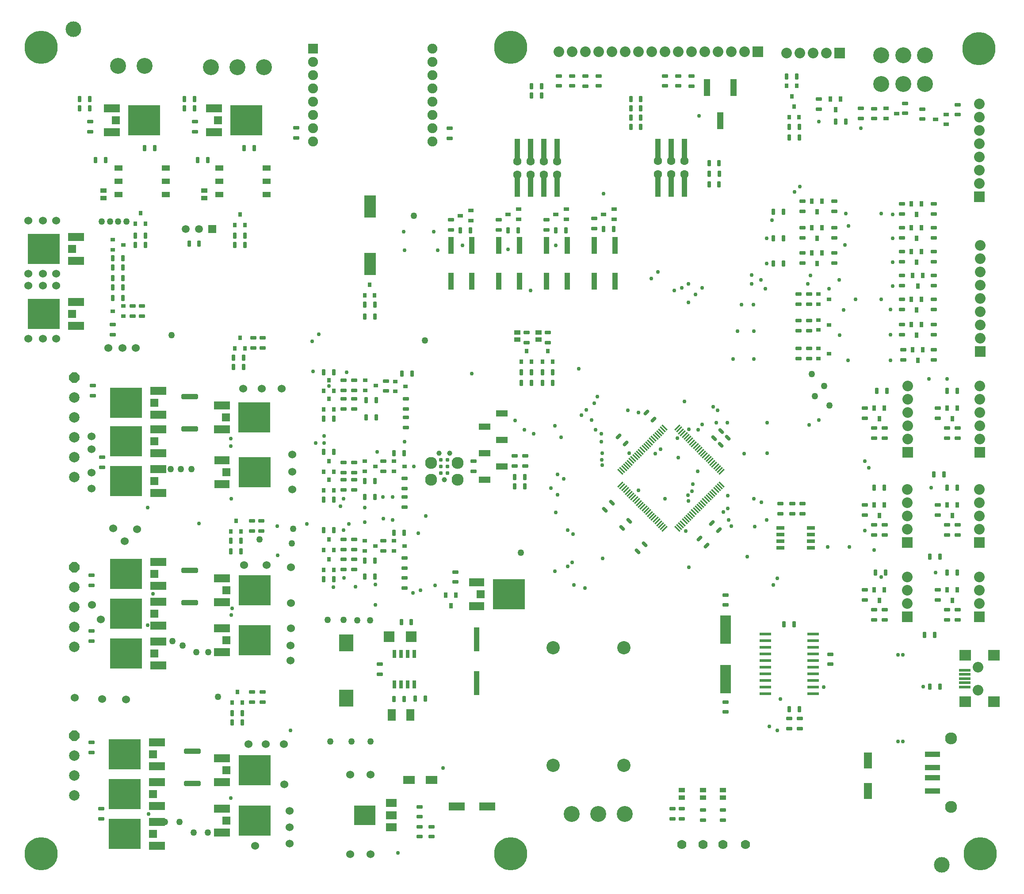
<source format=gts>
G04*
G04 #@! TF.GenerationSoftware,Altium Limited,Altium Designer,19.0.10 (269)*
G04*
G04 Layer_Color=8388736*
%FSLAX25Y25*%
%MOIN*%
G70*
G01*
G75*
%ADD21R,0.09053X0.01967*%
%ADD22R,0.09053X0.07873*%
%ADD24R,0.08000X0.08000*%
%ADD25R,0.03150X0.03543*%
%ADD26R,0.03543X0.03150*%
%ADD27R,0.03000X0.04000*%
%ADD28R,0.04000X0.03000*%
G04:AMPARAMS|DCode=29|XSize=39.37mil|YSize=125.98mil|CornerRadius=9.84mil|HoleSize=0mil|Usage=FLASHONLY|Rotation=270.000|XOffset=0mil|YOffset=0mil|HoleType=Round|Shape=RoundedRectangle|*
%AMROUNDEDRECTD29*
21,1,0.03937,0.10630,0,0,270.0*
21,1,0.01968,0.12598,0,0,270.0*
1,1,0.01968,-0.05315,-0.00984*
1,1,0.01968,-0.05315,0.00984*
1,1,0.01968,0.05315,0.00984*
1,1,0.01968,0.05315,-0.00984*
%
%ADD29ROUNDEDRECTD29*%
%ADD30R,0.06299X0.12008*%
G04:AMPARAMS|DCode=31|XSize=27.56mil|YSize=49.21mil|CornerRadius=6.89mil|HoleSize=0mil|Usage=FLASHONLY|Rotation=90.000|XOffset=0mil|YOffset=0mil|HoleType=Round|Shape=RoundedRectangle|*
%AMROUNDEDRECTD31*
21,1,0.02756,0.03543,0,0,90.0*
21,1,0.01378,0.04921,0,0,90.0*
1,1,0.01378,0.01772,0.00689*
1,1,0.01378,0.01772,-0.00689*
1,1,0.01378,-0.01772,-0.00689*
1,1,0.01378,-0.01772,0.00689*
%
%ADD31ROUNDEDRECTD31*%
G04:AMPARAMS|DCode=32|XSize=27.56mil|YSize=49.21mil|CornerRadius=6.89mil|HoleSize=0mil|Usage=FLASHONLY|Rotation=180.000|XOffset=0mil|YOffset=0mil|HoleType=Round|Shape=RoundedRectangle|*
%AMROUNDEDRECTD32*
21,1,0.02756,0.03543,0,0,180.0*
21,1,0.01378,0.04921,0,0,180.0*
1,1,0.01378,-0.00689,0.01772*
1,1,0.01378,0.00689,0.01772*
1,1,0.01378,0.00689,-0.01772*
1,1,0.01378,-0.00689,-0.01772*
%
%ADD32ROUNDEDRECTD32*%
G04:AMPARAMS|DCode=33|XSize=27.56mil|YSize=49.21mil|CornerRadius=6.89mil|HoleSize=0mil|Usage=FLASHONLY|Rotation=45.000|XOffset=0mil|YOffset=0mil|HoleType=Round|Shape=RoundedRectangle|*
%AMROUNDEDRECTD33*
21,1,0.02756,0.03543,0,0,45.0*
21,1,0.01378,0.04921,0,0,45.0*
1,1,0.01378,0.01740,-0.00766*
1,1,0.01378,0.00766,-0.01740*
1,1,0.01378,-0.01740,0.00766*
1,1,0.01378,-0.00766,0.01740*
%
%ADD33ROUNDEDRECTD33*%
G04:AMPARAMS|DCode=34|XSize=27.56mil|YSize=49.21mil|CornerRadius=6.89mil|HoleSize=0mil|Usage=FLASHONLY|Rotation=315.000|XOffset=0mil|YOffset=0mil|HoleType=Round|Shape=RoundedRectangle|*
%AMROUNDEDRECTD34*
21,1,0.02756,0.03543,0,0,315.0*
21,1,0.01378,0.04921,0,0,315.0*
1,1,0.01378,-0.00766,-0.01740*
1,1,0.01378,-0.01740,-0.00766*
1,1,0.01378,0.00766,0.01740*
1,1,0.01378,0.01740,0.00766*
%
%ADD34ROUNDEDRECTD34*%
%ADD35R,0.12008X0.06299*%
%ADD36R,0.10984X0.12598*%
%ADD37R,0.24410X0.22835*%
%ADD38R,0.11811X0.06299*%
%ADD39R,0.06000X0.06299*%
%ADD40R,0.11339X0.04409*%
G04:AMPARAMS|DCode=41|XSize=12mil|YSize=56mil|CornerRadius=0mil|HoleSize=0mil|Usage=FLASHONLY|Rotation=45.000|XOffset=0mil|YOffset=0mil|HoleType=Round|Shape=Rectangle|*
%AMROTATEDRECTD41*
4,1,4,0.01556,-0.02404,-0.02404,0.01556,-0.01556,0.02404,0.02404,-0.01556,0.01556,-0.02404,0.0*
%
%ADD41ROTATEDRECTD41*%

%ADD42R,0.09055X0.02362*%
%ADD43R,0.07874X0.21654*%
%ADD44R,0.03937X0.16929*%
%ADD45R,0.09055X0.06300*%
%ADD46R,0.06000X0.09000*%
%ADD47R,0.04331X0.18307*%
%ADD49R,0.09055X0.16929*%
%ADD50R,0.08661X0.05000*%
%ADD51R,0.04724X0.12992*%
%ADD52R,0.03937X0.12598*%
G04:AMPARAMS|DCode=53|XSize=12mil|YSize=56mil|CornerRadius=0mil|HoleSize=0mil|Usage=FLASHONLY|Rotation=315.000|XOffset=0mil|YOffset=0mil|HoleType=Round|Shape=Rectangle|*
%AMROTATEDRECTD53*
4,1,4,-0.02404,-0.01556,0.01556,0.02404,0.02404,0.01556,-0.01556,-0.02404,-0.02404,-0.01556,0.0*
%
%ADD53ROTATEDRECTD53*%

%ADD54R,0.08000X0.06000*%
%ADD55R,0.16000X0.15000*%
%ADD56R,0.03030X0.05910*%
%ADD57C,0.03100*%
%ADD58R,0.05984X0.03937*%
%ADD59R,0.05910X0.03030*%
%ADD60R,0.06000X0.06300*%
%ADD61R,0.12000X0.06300*%
%ADD62C,0.11811*%
%ADD63R,0.04945X0.03799*%
%ADD64C,0.08000*%
%ADD65C,0.06000*%
%ADD66R,0.08000X0.08000*%
%ADD67R,0.07480X0.07480*%
%ADD68C,0.07480*%
%ADD69C,0.06299*%
%ADD70C,0.10000*%
%ADD71C,0.12000*%
%ADD72C,0.09055*%
%ADD73C,0.07874*%
%ADD74P,0.08523X8X292.5*%
%ADD75C,0.05906*%
%ADD76R,0.05906X0.05906*%
%ADD77C,0.07000*%
%ADD78C,0.25000*%
%ADD79C,0.03900*%
%ADD80C,0.03000*%
%ADD81C,0.05000*%
D21*
X717500Y155147D02*
D03*
Y152000D02*
D03*
Y148853D02*
D03*
Y145707D02*
D03*
Y158293D02*
D03*
D22*
X717697Y169503D02*
D03*
X739330D02*
D03*
Y134497D02*
D03*
X717697D02*
D03*
D24*
X283460Y183500D02*
D03*
X300000D02*
D03*
X561500Y624500D02*
D03*
X623000Y623500D02*
D03*
D25*
X588803Y583104D02*
D03*
X585066Y575171D02*
D03*
X592540D02*
D03*
X268763Y448933D02*
D03*
X265027Y441000D02*
D03*
X272500D02*
D03*
X587000Y591033D02*
D03*
X590737Y598967D02*
D03*
X583263D02*
D03*
X390737Y391033D02*
D03*
X383263D02*
D03*
X387000Y398967D02*
D03*
X403000D02*
D03*
X399263Y391033D02*
D03*
X406737D02*
D03*
X238000Y241967D02*
D03*
X234263Y234033D02*
D03*
X241737D02*
D03*
Y249033D02*
D03*
X234263D02*
D03*
X238000Y256967D02*
D03*
Y301967D02*
D03*
X234263Y294033D02*
D03*
X241737D02*
D03*
X172737Y134033D02*
D03*
X165263D02*
D03*
X169000Y141967D02*
D03*
X241737Y308033D02*
D03*
X234263D02*
D03*
X238000Y315967D02*
D03*
X168000Y270967D02*
D03*
X164263Y263033D02*
D03*
X171737D02*
D03*
X238000Y362967D02*
D03*
X234263Y355033D02*
D03*
X241737D02*
D03*
X174737Y401033D02*
D03*
X167263D02*
D03*
X171000Y408967D02*
D03*
X241737Y369033D02*
D03*
X234263D02*
D03*
X238000Y376967D02*
D03*
X96000Y502967D02*
D03*
X92263Y495033D02*
D03*
X99737D02*
D03*
X174737Y494033D02*
D03*
X167263D02*
D03*
X171000Y501967D02*
D03*
D26*
X614967Y397000D02*
D03*
X607033Y400737D02*
D03*
Y393263D02*
D03*
X615000Y418500D02*
D03*
X607067Y422237D02*
D03*
Y414763D02*
D03*
X615000Y438000D02*
D03*
X607067Y441737D02*
D03*
Y434263D02*
D03*
X287033Y248263D02*
D03*
Y255737D02*
D03*
X294967Y252000D02*
D03*
X75033Y475263D02*
D03*
Y482737D02*
D03*
X82967Y479000D02*
D03*
X272967Y252000D02*
D03*
X265033Y255737D02*
D03*
Y248263D02*
D03*
X75033Y429000D02*
D03*
X82967Y425263D02*
D03*
Y432737D02*
D03*
X287033Y308263D02*
D03*
Y315737D02*
D03*
X294967Y312000D02*
D03*
X272967D02*
D03*
X265033Y315737D02*
D03*
Y308263D02*
D03*
X288000Y368527D02*
D03*
Y376000D02*
D03*
X295933Y372263D02*
D03*
X273467Y373000D02*
D03*
X265533Y376737D02*
D03*
Y369263D02*
D03*
D27*
X677250Y510000D02*
D03*
X684750D02*
D03*
X681000Y502000D02*
D03*
Y484000D02*
D03*
X684750Y492000D02*
D03*
X677250D02*
D03*
Y474000D02*
D03*
X684750D02*
D03*
X681000Y466000D02*
D03*
X682000Y448000D02*
D03*
X685750Y456000D02*
D03*
X678250D02*
D03*
X677250Y438000D02*
D03*
X684750D02*
D03*
X681000Y430000D02*
D03*
Y411000D02*
D03*
X684750Y419000D02*
D03*
X677250D02*
D03*
X678250Y400000D02*
D03*
X685750D02*
D03*
X682000Y392000D02*
D03*
X606000Y504000D02*
D03*
X609750Y512000D02*
D03*
X602250D02*
D03*
Y492000D02*
D03*
X609750D02*
D03*
X606000Y484000D02*
D03*
Y465000D02*
D03*
X609750Y473000D02*
D03*
X602250D02*
D03*
X616211Y589000D02*
D03*
X623710D02*
D03*
X619960Y581000D02*
D03*
X708000Y211000D02*
D03*
X711750Y219000D02*
D03*
X704250D02*
D03*
X649250D02*
D03*
X656750D02*
D03*
X653000Y211000D02*
D03*
Y275000D02*
D03*
X656750Y283000D02*
D03*
X649250D02*
D03*
X704250D02*
D03*
X711750D02*
D03*
X708000Y275000D02*
D03*
X653000Y348000D02*
D03*
X656750Y356000D02*
D03*
X649250D02*
D03*
X704250D02*
D03*
X711750D02*
D03*
X708000Y348000D02*
D03*
X326250Y215000D02*
D03*
X333750D02*
D03*
X330000Y207000D02*
D03*
D28*
X703500Y577250D02*
D03*
Y569750D02*
D03*
X695500Y573500D02*
D03*
X337000Y501000D02*
D03*
X345000Y497250D02*
D03*
Y504750D02*
D03*
X381000Y505750D02*
D03*
Y498250D02*
D03*
X373000Y502000D02*
D03*
X409000D02*
D03*
X417000Y498250D02*
D03*
Y505750D02*
D03*
X658000Y574250D02*
D03*
Y581750D02*
D03*
X666000Y578000D02*
D03*
X445000Y502000D02*
D03*
X453000Y498250D02*
D03*
Y505750D02*
D03*
D29*
X133000Y233705D02*
D03*
Y209295D02*
D03*
Y340091D02*
D03*
Y364500D02*
D03*
X135000Y72795D02*
D03*
Y97205D02*
D03*
D30*
X644500Y90185D02*
D03*
Y67350D02*
D03*
D31*
X694000Y509740D02*
D03*
Y502260D02*
D03*
Y484260D02*
D03*
Y491740D02*
D03*
Y473740D02*
D03*
Y466260D02*
D03*
Y448260D02*
D03*
Y455740D02*
D03*
Y437740D02*
D03*
Y430260D02*
D03*
Y411260D02*
D03*
Y418740D02*
D03*
Y399740D02*
D03*
Y392260D02*
D03*
X619000Y511740D02*
D03*
Y504260D02*
D03*
Y484260D02*
D03*
Y491740D02*
D03*
Y472740D02*
D03*
Y465260D02*
D03*
X213500Y567177D02*
D03*
Y559697D02*
D03*
X329000Y566740D02*
D03*
Y559260D02*
D03*
X593000Y121740D02*
D03*
Y114260D02*
D03*
X537039Y214992D02*
D03*
Y207512D02*
D03*
X616000Y162823D02*
D03*
Y170303D02*
D03*
X537000Y126760D02*
D03*
Y134240D02*
D03*
X386000Y312323D02*
D03*
Y319803D02*
D03*
X347000Y315740D02*
D03*
Y308260D02*
D03*
X578500Y283740D02*
D03*
Y276260D02*
D03*
X276500Y155260D02*
D03*
Y162740D02*
D03*
X315500Y32760D02*
D03*
Y40240D02*
D03*
X59000Y96260D02*
D03*
Y103740D02*
D03*
X66500Y46260D02*
D03*
Y53740D02*
D03*
X59000Y222260D02*
D03*
Y229740D02*
D03*
Y180260D02*
D03*
Y187740D02*
D03*
X60000Y365260D02*
D03*
Y372740D02*
D03*
X67000Y311260D02*
D03*
Y318740D02*
D03*
X704000Y203740D02*
D03*
Y196260D02*
D03*
X649000D02*
D03*
Y203740D02*
D03*
Y267740D02*
D03*
Y260260D02*
D03*
X704000D02*
D03*
Y267740D02*
D03*
X649000Y340740D02*
D03*
Y333260D02*
D03*
X704000D02*
D03*
Y340740D02*
D03*
X378000Y319803D02*
D03*
Y312323D02*
D03*
X672500Y578197D02*
D03*
Y585677D02*
D03*
X511500Y598697D02*
D03*
Y606177D02*
D03*
X501500Y598823D02*
D03*
Y606303D02*
D03*
X491500Y598823D02*
D03*
Y606303D02*
D03*
X441500Y598823D02*
D03*
Y606303D02*
D03*
X431461Y598661D02*
D03*
Y606142D02*
D03*
X421500Y598823D02*
D03*
Y606303D02*
D03*
X411500Y598827D02*
D03*
Y606307D02*
D03*
X497000Y46260D02*
D03*
Y53740D02*
D03*
X333500Y224760D02*
D03*
Y232240D02*
D03*
X137000Y564260D02*
D03*
Y571740D02*
D03*
X58000Y564260D02*
D03*
Y571740D02*
D03*
X712000Y333260D02*
D03*
Y340740D02*
D03*
X657000Y333260D02*
D03*
Y340740D02*
D03*
X697000Y348260D02*
D03*
Y355740D02*
D03*
X642000Y348260D02*
D03*
Y355740D02*
D03*
X712000Y260260D02*
D03*
Y267740D02*
D03*
X657000Y260260D02*
D03*
Y267740D02*
D03*
X697000Y275260D02*
D03*
Y282740D02*
D03*
X642000Y275260D02*
D03*
Y282740D02*
D03*
X657000Y196260D02*
D03*
Y203740D02*
D03*
X712000Y196260D02*
D03*
Y203740D02*
D03*
X642000Y211260D02*
D03*
Y218740D02*
D03*
X697000Y211260D02*
D03*
Y218740D02*
D03*
X607500Y581260D02*
D03*
Y588740D02*
D03*
X249000Y376740D02*
D03*
Y369260D02*
D03*
X257000D02*
D03*
Y376740D02*
D03*
X281000Y376240D02*
D03*
Y368760D02*
D03*
X181000Y408740D02*
D03*
Y401260D02*
D03*
X296000Y362740D02*
D03*
Y355260D02*
D03*
X249000Y362740D02*
D03*
Y355260D02*
D03*
X188000Y401260D02*
D03*
Y408740D02*
D03*
X296000Y341260D02*
D03*
Y348740D02*
D03*
X257000Y362740D02*
D03*
Y355260D02*
D03*
X180000Y270740D02*
D03*
Y263260D02*
D03*
X249000Y314740D02*
D03*
Y307260D02*
D03*
X187000Y263260D02*
D03*
Y270740D02*
D03*
X257000Y307260D02*
D03*
Y314740D02*
D03*
X279000Y315740D02*
D03*
Y308260D02*
D03*
X180000Y141740D02*
D03*
Y134260D02*
D03*
X295000Y302740D02*
D03*
Y295260D02*
D03*
X249000Y301740D02*
D03*
Y294260D02*
D03*
X295000Y281260D02*
D03*
Y288740D02*
D03*
X257000Y301740D02*
D03*
Y294260D02*
D03*
X188000Y134260D02*
D03*
Y141740D02*
D03*
X90000Y425260D02*
D03*
Y432740D02*
D03*
X97000D02*
D03*
Y425260D02*
D03*
X249000Y256740D02*
D03*
Y249260D02*
D03*
X75000Y411260D02*
D03*
Y418740D02*
D03*
X257000Y249260D02*
D03*
Y256740D02*
D03*
X279000Y255740D02*
D03*
Y248260D02*
D03*
X295000Y242740D02*
D03*
Y235260D02*
D03*
X249000Y241740D02*
D03*
Y234260D02*
D03*
X295000Y220260D02*
D03*
Y227740D02*
D03*
X257000Y241740D02*
D03*
Y234260D02*
D03*
X535000Y45260D02*
D03*
Y52740D02*
D03*
X520000Y45260D02*
D03*
Y52740D02*
D03*
X504000Y46260D02*
D03*
Y53740D02*
D03*
X306500Y40240D02*
D03*
Y32760D02*
D03*
Y55240D02*
D03*
Y47760D02*
D03*
X587500Y283740D02*
D03*
Y276260D02*
D03*
X595000Y283740D02*
D03*
Y276260D02*
D03*
X403000Y412740D02*
D03*
Y405260D02*
D03*
X330000Y497740D02*
D03*
Y490260D02*
D03*
X366000Y497740D02*
D03*
Y490260D02*
D03*
X387000Y412740D02*
D03*
Y405260D02*
D03*
X402000Y497740D02*
D03*
Y490260D02*
D03*
X438000Y498740D02*
D03*
Y491260D02*
D03*
X585000Y114260D02*
D03*
Y121740D02*
D03*
X685500Y573760D02*
D03*
Y581240D02*
D03*
X712000Y577197D02*
D03*
Y584677D02*
D03*
X639000Y574260D02*
D03*
Y581740D02*
D03*
X649000Y574197D02*
D03*
Y581677D02*
D03*
X600000Y400740D02*
D03*
Y393260D02*
D03*
Y421740D02*
D03*
Y414260D02*
D03*
Y441740D02*
D03*
Y434260D02*
D03*
X592000Y393260D02*
D03*
Y400740D02*
D03*
Y414260D02*
D03*
Y421740D02*
D03*
Y434260D02*
D03*
Y441740D02*
D03*
X595000Y465260D02*
D03*
Y472740D02*
D03*
Y484260D02*
D03*
Y491740D02*
D03*
Y504260D02*
D03*
Y511740D02*
D03*
X671000Y392260D02*
D03*
Y399740D02*
D03*
X670000Y411260D02*
D03*
Y418740D02*
D03*
Y430260D02*
D03*
Y437740D02*
D03*
Y448260D02*
D03*
Y455740D02*
D03*
Y466260D02*
D03*
Y473740D02*
D03*
Y484260D02*
D03*
Y491740D02*
D03*
Y502260D02*
D03*
Y509740D02*
D03*
D32*
X588740Y193000D02*
D03*
X581260D02*
D03*
X452740Y491000D02*
D03*
X445260D02*
D03*
X409260Y490000D02*
D03*
X416740D02*
D03*
X380740D02*
D03*
X373260D02*
D03*
X337260D02*
D03*
X344740D02*
D03*
X583260Y606000D02*
D03*
X590740D02*
D03*
X627740Y572000D02*
D03*
X620260D02*
D03*
X50260Y589000D02*
D03*
X57740D02*
D03*
X129260D02*
D03*
X136740D02*
D03*
X265260Y425000D02*
D03*
X272740D02*
D03*
X167260Y486000D02*
D03*
X174740D02*
D03*
Y479000D02*
D03*
X167260D02*
D03*
X181740Y552000D02*
D03*
X174260D02*
D03*
X129260Y582000D02*
D03*
X136740D02*
D03*
X139260Y543000D02*
D03*
X146740D02*
D03*
X92260Y486000D02*
D03*
X99740D02*
D03*
Y479000D02*
D03*
X92260D02*
D03*
X106740Y552000D02*
D03*
X99260D02*
D03*
X57740Y582000D02*
D03*
X50260D02*
D03*
X62260Y543000D02*
D03*
X69740D02*
D03*
X711740Y369000D02*
D03*
X704260D02*
D03*
X658740D02*
D03*
X651260D02*
D03*
X701740Y306000D02*
D03*
X694260D02*
D03*
X711740Y296000D02*
D03*
X704260D02*
D03*
X656740D02*
D03*
X649260D02*
D03*
X698740Y244000D02*
D03*
X691260D02*
D03*
X657740Y232000D02*
D03*
X650260D02*
D03*
X711740D02*
D03*
X704260D02*
D03*
X694740Y185000D02*
D03*
X687260D02*
D03*
X585260Y568000D02*
D03*
X592740D02*
D03*
X585260Y560000D02*
D03*
X592740D02*
D03*
X273740Y362000D02*
D03*
X266260D02*
D03*
X166260Y394000D02*
D03*
X173740D02*
D03*
X266260Y349000D02*
D03*
X273740D02*
D03*
X234260Y348000D02*
D03*
X241740D02*
D03*
X173740Y387000D02*
D03*
X166260D02*
D03*
X300740Y382000D02*
D03*
X293260D02*
D03*
X241740Y383000D02*
D03*
X234260D02*
D03*
X164260Y256000D02*
D03*
X171740D02*
D03*
Y248000D02*
D03*
X164260D02*
D03*
X272740Y301000D02*
D03*
X265260D02*
D03*
Y289000D02*
D03*
X272740D02*
D03*
X234260Y287000D02*
D03*
X241740D02*
D03*
X165260Y126000D02*
D03*
X172740D02*
D03*
X294740Y322000D02*
D03*
X287260D02*
D03*
X241740Y323000D02*
D03*
X234260D02*
D03*
X172740Y119000D02*
D03*
X165260D02*
D03*
X75260Y439000D02*
D03*
X82740D02*
D03*
X272740Y241000D02*
D03*
X265260D02*
D03*
X75260Y454000D02*
D03*
X82740D02*
D03*
Y447000D02*
D03*
X75260D02*
D03*
X265260Y229000D02*
D03*
X272740D02*
D03*
X234260Y227000D02*
D03*
X241740D02*
D03*
X82740Y462000D02*
D03*
X75260D02*
D03*
X294740Y262000D02*
D03*
X287260D02*
D03*
X241740Y264000D02*
D03*
X234260D02*
D03*
X82740Y469000D02*
D03*
X75260D02*
D03*
X303260Y137000D02*
D03*
X310740D02*
D03*
X294740Y136500D02*
D03*
X287260D02*
D03*
X300240Y194500D02*
D03*
X292760D02*
D03*
X399260Y383000D02*
D03*
X406740D02*
D03*
Y375000D02*
D03*
X399260D02*
D03*
X383260Y383000D02*
D03*
X390740D02*
D03*
Y375000D02*
D03*
X383260D02*
D03*
X385740Y297000D02*
D03*
X378260D02*
D03*
X385740Y304000D02*
D03*
X378260D02*
D03*
X265260Y434000D02*
D03*
X272740D02*
D03*
X532177Y540500D02*
D03*
X524697D02*
D03*
X532312Y532500D02*
D03*
X524831D02*
D03*
X532240Y524500D02*
D03*
X524760D02*
D03*
X132760Y480000D02*
D03*
X140240D02*
D03*
X691260Y146000D02*
D03*
X698740D02*
D03*
X585260Y129000D02*
D03*
X592740D02*
D03*
X573260Y465000D02*
D03*
X580740D02*
D03*
X573260Y484000D02*
D03*
X580740D02*
D03*
X573260Y504000D02*
D03*
X580740D02*
D03*
X473240Y568000D02*
D03*
X465760D02*
D03*
X473240Y589000D02*
D03*
X465760D02*
D03*
X473240Y575000D02*
D03*
X465760D02*
D03*
X473213Y582000D02*
D03*
X465732D02*
D03*
X390859Y598460D02*
D03*
X398339D02*
D03*
X390859Y591461D02*
D03*
X398339D02*
D03*
D33*
X538645Y333645D02*
D03*
X533355Y328355D02*
D03*
X459184Y265684D02*
D03*
X464473Y270973D02*
D03*
X476145Y253145D02*
D03*
X470855Y247855D02*
D03*
X528355Y333355D02*
D03*
X533645Y338645D02*
D03*
X446184Y279184D02*
D03*
X451473Y284473D02*
D03*
D34*
X477527Y352473D02*
D03*
X482816Y347184D02*
D03*
X461645Y329355D02*
D03*
X456355Y334645D02*
D03*
X531973Y264027D02*
D03*
X526684Y269316D02*
D03*
X522645Y252355D02*
D03*
X517355Y257645D02*
D03*
D35*
X334583Y55500D02*
D03*
X357417D02*
D03*
D36*
X251000Y178866D02*
D03*
Y137134D02*
D03*
D37*
X182000Y307504D02*
D03*
X373811Y215500D02*
D03*
X85189Y360000D02*
D03*
Y301000D02*
D03*
X181811Y349000D02*
D03*
X85189Y331000D02*
D03*
Y231000D02*
D03*
X175811Y573000D02*
D03*
X98811D02*
D03*
X182000Y218500D02*
D03*
X85189Y201000D02*
D03*
Y171000D02*
D03*
X182000Y181000D02*
D03*
X84189Y95000D02*
D03*
X23189Y427000D02*
D03*
Y476000D02*
D03*
X182000Y45000D02*
D03*
X84189Y35000D02*
D03*
Y65000D02*
D03*
X182000Y83000D02*
D03*
D38*
X157591Y298488D02*
D03*
Y316519D02*
D03*
X349402Y224516D02*
D03*
Y206484D02*
D03*
D39*
X160689Y307504D02*
D03*
X352500Y215500D02*
D03*
D40*
X693000Y84937D02*
D03*
Y94779D02*
D03*
Y67220D02*
D03*
Y77063D02*
D03*
D41*
X507692Y271821D02*
D03*
X509084Y273212D02*
D03*
X491267Y341139D02*
D03*
X489875Y339747D02*
D03*
X488483Y338355D02*
D03*
X487092Y336963D02*
D03*
X485700Y335571D02*
D03*
X484308Y334180D02*
D03*
X482916Y332788D02*
D03*
X481524Y331396D02*
D03*
X480132Y330004D02*
D03*
X478740Y328612D02*
D03*
X477348Y327220D02*
D03*
X475956Y325828D02*
D03*
X474564Y324436D02*
D03*
X473172Y323044D02*
D03*
X471780Y321652D02*
D03*
X470388Y320260D02*
D03*
X468996Y318868D02*
D03*
X467604Y317476D02*
D03*
X466212Y316084D02*
D03*
X464820Y314692D02*
D03*
X463429Y313300D02*
D03*
X462037Y311908D02*
D03*
X460645Y310517D02*
D03*
X459253Y309125D02*
D03*
X457861Y307733D02*
D03*
X500733Y264861D02*
D03*
X502125Y266253D02*
D03*
X503516Y267645D02*
D03*
X504908Y269037D02*
D03*
X506300Y270429D02*
D03*
X510476Y274604D02*
D03*
X514652Y278780D02*
D03*
X516044Y280172D02*
D03*
X517436Y281564D02*
D03*
X518828Y282956D02*
D03*
X520220Y284348D02*
D03*
X521612Y285740D02*
D03*
X523004Y287132D02*
D03*
X524396Y288524D02*
D03*
X525788Y289916D02*
D03*
X527179Y291308D02*
D03*
X528571Y292700D02*
D03*
X529963Y294092D02*
D03*
X531355Y295484D02*
D03*
X532747Y296875D02*
D03*
X534139Y298267D02*
D03*
X513260Y277388D02*
D03*
X511868Y275996D02*
D03*
D42*
X602972Y175500D02*
D03*
Y180500D02*
D03*
X567028Y185500D02*
D03*
Y180500D02*
D03*
Y175500D02*
D03*
Y170500D02*
D03*
Y165500D02*
D03*
Y160500D02*
D03*
Y155500D02*
D03*
Y150500D02*
D03*
Y145500D02*
D03*
Y140500D02*
D03*
X602972Y185500D02*
D03*
Y170500D02*
D03*
Y165500D02*
D03*
Y160500D02*
D03*
Y155500D02*
D03*
Y150500D02*
D03*
Y145500D02*
D03*
Y140500D02*
D03*
D43*
X537039Y188897D02*
D03*
Y151496D02*
D03*
D44*
X380000Y523417D02*
D03*
X390000D02*
D03*
X400000D02*
D03*
X410000D02*
D03*
D03*
X380000Y550583D02*
D03*
X390000D02*
D03*
X400000D02*
D03*
X410000D02*
D03*
X506000Y550665D02*
D03*
X496000D02*
D03*
X486000D02*
D03*
D03*
X506000Y523500D02*
D03*
X496000D02*
D03*
X486000D02*
D03*
D45*
X298535Y75550D02*
D03*
X315465D02*
D03*
D46*
X285500Y124500D02*
D03*
X299500D02*
D03*
D47*
X349500Y148563D02*
D03*
Y181437D02*
D03*
D49*
X269000Y464693D02*
D03*
Y508000D02*
D03*
D50*
X368496Y352000D02*
D03*
X355504Y342000D02*
D03*
X368496Y332000D02*
D03*
X355504Y322000D02*
D03*
X368496Y312000D02*
D03*
X355504Y302000D02*
D03*
D03*
D51*
X523000Y597697D02*
D03*
X543000D02*
D03*
X533000Y572500D02*
D03*
D52*
X345874Y451614D02*
D03*
Y478386D02*
D03*
X330126Y451614D02*
D03*
Y478386D02*
D03*
X366126D02*
D03*
Y451614D02*
D03*
X381874Y478386D02*
D03*
Y451614D02*
D03*
X438126Y478386D02*
D03*
Y451614D02*
D03*
X453874Y478386D02*
D03*
Y451614D02*
D03*
X402126Y478386D02*
D03*
Y451614D02*
D03*
X417874Y478386D02*
D03*
Y451614D02*
D03*
D53*
X534139Y307733D02*
D03*
X532747Y309125D02*
D03*
X531355Y310517D02*
D03*
X529963Y311908D02*
D03*
X525788Y316084D02*
D03*
X528571Y313300D02*
D03*
X457861Y298267D02*
D03*
X459253Y296875D02*
D03*
X460645Y295484D02*
D03*
X462037Y294092D02*
D03*
X463429Y292700D02*
D03*
X464820Y291308D02*
D03*
X466212Y289916D02*
D03*
X467604Y288524D02*
D03*
X468996Y287132D02*
D03*
X470388Y285740D02*
D03*
X471780Y284348D02*
D03*
X473172Y282956D02*
D03*
X474564Y281564D02*
D03*
X475956Y280172D02*
D03*
X477348Y278780D02*
D03*
X478740Y277388D02*
D03*
X480132Y275996D02*
D03*
X481524Y274604D02*
D03*
X482916Y273212D02*
D03*
X484308Y271821D02*
D03*
X485700Y270429D02*
D03*
X487092Y269037D02*
D03*
X488484Y267645D02*
D03*
X489875Y266253D02*
D03*
X491267Y264861D02*
D03*
X521612Y320260D02*
D03*
X520220Y321652D02*
D03*
X518828Y323044D02*
D03*
X517436Y324436D02*
D03*
X516044Y325828D02*
D03*
X514652Y327220D02*
D03*
X511868Y330004D02*
D03*
X510476Y331396D02*
D03*
X509084Y332788D02*
D03*
X503516Y338355D02*
D03*
X502125Y339747D02*
D03*
X500733Y341139D02*
D03*
X524396Y317476D02*
D03*
X523004Y318868D02*
D03*
X527179Y314692D02*
D03*
X507692Y334180D02*
D03*
X506300Y335571D02*
D03*
X504908Y336963D02*
D03*
X513260Y328612D02*
D03*
D54*
X285250Y39940D02*
D03*
Y49000D02*
D03*
Y58060D02*
D03*
D55*
X265000Y49000D02*
D03*
D56*
X287500Y147500D02*
D03*
X292500D02*
D03*
X297500D02*
D03*
X302500D02*
D03*
Y170500D02*
D03*
X297500D02*
D03*
X292500D02*
D03*
X287500D02*
D03*
D57*
X327500Y317000D02*
D03*
Y312000D02*
D03*
X322500Y317000D02*
D03*
Y312000D02*
D03*
Y307000D02*
D03*
X327500D02*
D03*
D58*
X155492Y537000D02*
D03*
X155394Y526961D02*
D03*
Y517020D02*
D03*
X191122Y537000D02*
D03*
Y526961D02*
D03*
Y517020D02*
D03*
X115122D02*
D03*
Y526961D02*
D03*
Y537000D02*
D03*
X79394Y517020D02*
D03*
Y526961D02*
D03*
X79492Y537000D02*
D03*
D59*
X601500Y265500D02*
D03*
Y260500D02*
D03*
Y255500D02*
D03*
Y250500D02*
D03*
X578500D02*
D03*
Y255500D02*
D03*
Y260500D02*
D03*
Y265500D02*
D03*
D60*
X106500Y360000D02*
D03*
Y301000D02*
D03*
X160500Y349000D02*
D03*
X106500Y331000D02*
D03*
Y231000D02*
D03*
X154500Y573000D02*
D03*
X77500D02*
D03*
X160689Y218500D02*
D03*
X106500Y201000D02*
D03*
Y171000D02*
D03*
X160689Y181000D02*
D03*
X105500Y95000D02*
D03*
X44500Y427000D02*
D03*
Y476000D02*
D03*
X160689Y45000D02*
D03*
X105500Y35000D02*
D03*
Y65000D02*
D03*
X160689Y83000D02*
D03*
D61*
X109598Y350984D02*
D03*
Y369016D02*
D03*
Y291984D02*
D03*
Y310016D02*
D03*
X157402Y358016D02*
D03*
Y339984D02*
D03*
X109598Y321984D02*
D03*
Y340016D02*
D03*
Y221984D02*
D03*
Y240016D02*
D03*
X151402Y582016D02*
D03*
Y563984D02*
D03*
X74402Y582016D02*
D03*
Y563984D02*
D03*
X157591Y227516D02*
D03*
Y209484D02*
D03*
X109598Y191984D02*
D03*
Y210016D02*
D03*
Y161984D02*
D03*
Y180016D02*
D03*
X157591Y190016D02*
D03*
Y171984D02*
D03*
X108598Y85984D02*
D03*
Y104016D02*
D03*
X47598Y417984D02*
D03*
Y436016D02*
D03*
Y466984D02*
D03*
Y485016D02*
D03*
X157591Y54016D02*
D03*
Y35984D02*
D03*
X108598Y25984D02*
D03*
Y44016D02*
D03*
Y55984D02*
D03*
Y74016D02*
D03*
X157591Y92016D02*
D03*
Y73984D02*
D03*
D62*
X45500Y641500D02*
D03*
X700000Y11500D02*
D03*
D63*
X144000Y519717D02*
D03*
Y514284D02*
D03*
X396000Y413000D02*
D03*
Y407567D02*
D03*
X380000Y413000D02*
D03*
Y407567D02*
D03*
X68000Y514284D02*
D03*
Y519717D02*
D03*
X535000Y67716D02*
D03*
Y62283D02*
D03*
X520000Y67716D02*
D03*
Y62283D02*
D03*
X504000Y67716D02*
D03*
Y62283D02*
D03*
D64*
X727530Y160653D02*
D03*
Y143347D02*
D03*
X411500Y624500D02*
D03*
X421500D02*
D03*
X431500Y624500D02*
D03*
X441500Y624500D02*
D03*
X451500Y624500D02*
D03*
X461500Y624500D02*
D03*
X471500D02*
D03*
X481500Y624500D02*
D03*
X491500D02*
D03*
X501500Y624500D02*
D03*
X511500D02*
D03*
X521500Y624500D02*
D03*
X531500D02*
D03*
X541500D02*
D03*
X551500Y624500D02*
D03*
X728799Y372394D02*
D03*
Y362394D02*
D03*
Y352394D02*
D03*
Y342394D02*
D03*
Y332394D02*
D03*
X729000Y408600D02*
D03*
Y478600D02*
D03*
Y468600D02*
D03*
Y458600D02*
D03*
Y448600D02*
D03*
Y438600D02*
D03*
Y428600D02*
D03*
Y418600D02*
D03*
X583000Y623500D02*
D03*
X593000D02*
D03*
X603000D02*
D03*
X613000D02*
D03*
X728391Y585109D02*
D03*
Y575109D02*
D03*
Y565109D02*
D03*
Y555109D02*
D03*
Y545109D02*
D03*
Y535109D02*
D03*
Y525109D02*
D03*
X674500Y372500D02*
D03*
Y362500D02*
D03*
Y352500D02*
D03*
Y342500D02*
D03*
Y332500D02*
D03*
X674000Y294500D02*
D03*
Y284500D02*
D03*
Y274500D02*
D03*
Y264500D02*
D03*
X728500Y294500D02*
D03*
Y284500D02*
D03*
Y274500D02*
D03*
Y264500D02*
D03*
X728500Y228500D02*
D03*
Y218500D02*
D03*
Y208500D02*
D03*
X674000Y228500D02*
D03*
Y218500D02*
D03*
Y208500D02*
D03*
D65*
X182000Y307600D02*
D03*
X71850Y401167D02*
D03*
X85000Y331000D02*
D03*
X269500Y19500D02*
D03*
X254000D02*
D03*
X269494Y79519D02*
D03*
X254100D02*
D03*
X182500Y44449D02*
D03*
X182031Y82654D02*
D03*
X182000Y180500D02*
D03*
X204031Y102618D02*
D03*
X190500D02*
D03*
X177540D02*
D03*
X204531Y72154D02*
D03*
X182500Y25933D02*
D03*
X208500Y27449D02*
D03*
Y39949D02*
D03*
Y52349D02*
D03*
X209000Y165500D02*
D03*
Y177000D02*
D03*
X209500Y189949D02*
D03*
X265000Y49000D02*
D03*
X182000Y218500D02*
D03*
X209500Y208933D02*
D03*
Y236000D02*
D03*
X191000Y237500D02*
D03*
X174000D02*
D03*
X210500Y294500D02*
D03*
Y308000D02*
D03*
Y321000D02*
D03*
X202500Y370500D02*
D03*
X187500Y370600D02*
D03*
X173500Y370500D02*
D03*
X181500Y348100D02*
D03*
X84000Y35000D02*
D03*
X84189Y65000D02*
D03*
X85189Y95056D02*
D03*
X84500Y171000D02*
D03*
Y200600D02*
D03*
X85189Y231000D02*
D03*
X84000Y255500D02*
D03*
X85000Y360000D02*
D03*
X85189Y136056D02*
D03*
X67000Y136600D02*
D03*
X46500Y137600D02*
D03*
X66000Y196600D02*
D03*
X59500Y207416D02*
D03*
X93500Y264500D02*
D03*
X75300Y265067D02*
D03*
X85000Y301000D02*
D03*
X59000Y307090D02*
D03*
Y295100D02*
D03*
Y334600D02*
D03*
Y325036D02*
D03*
X92568Y401167D02*
D03*
X82568D02*
D03*
X11500Y408100D02*
D03*
X22489D02*
D03*
X32489D02*
D03*
X11511Y448100D02*
D03*
X22500D02*
D03*
X32500D02*
D03*
X11500Y457100D02*
D03*
X22489D02*
D03*
X32489D02*
D03*
X32500Y497100D02*
D03*
X22500D02*
D03*
X11511D02*
D03*
D66*
X728799Y322394D02*
D03*
X729000Y398600D02*
D03*
X728391Y515109D02*
D03*
X674500Y322500D02*
D03*
X674000Y254500D02*
D03*
X728500D02*
D03*
X728500Y198500D02*
D03*
X674000D02*
D03*
D67*
X226000Y627000D02*
D03*
D68*
Y617000D02*
D03*
Y607000D02*
D03*
Y597000D02*
D03*
Y587000D02*
D03*
Y577000D02*
D03*
Y567000D02*
D03*
Y557000D02*
D03*
X316000D02*
D03*
Y567000D02*
D03*
Y577000D02*
D03*
Y587000D02*
D03*
Y597000D02*
D03*
Y607000D02*
D03*
Y617000D02*
D03*
Y627000D02*
D03*
D69*
X380000Y532000D02*
D03*
Y542000D02*
D03*
X390000Y532000D02*
D03*
Y542000D02*
D03*
X400000Y532000D02*
D03*
Y542000D02*
D03*
X410000D02*
D03*
Y532000D02*
D03*
X506000Y542083D02*
D03*
Y532083D02*
D03*
X496000Y542083D02*
D03*
Y532083D02*
D03*
X486000Y542083D02*
D03*
Y532083D02*
D03*
D70*
X460500Y175290D02*
D03*
Y86710D02*
D03*
X407000D02*
D03*
Y175290D02*
D03*
D71*
X99000Y614000D02*
D03*
X79000D02*
D03*
X654465Y621827D02*
D03*
X671000D02*
D03*
X687535D02*
D03*
Y600173D02*
D03*
X671000D02*
D03*
X654465D02*
D03*
X189000Y613000D02*
D03*
X169000D02*
D03*
X149000D02*
D03*
X421000Y50000D02*
D03*
X441000D02*
D03*
X461000D02*
D03*
D72*
X707094Y55134D02*
D03*
Y106866D02*
D03*
X315000Y302000D02*
D03*
X335000D02*
D03*
X315000Y314500D02*
D03*
X335000D02*
D03*
D73*
X46000Y64000D02*
D03*
Y94000D02*
D03*
Y79000D02*
D03*
Y206000D02*
D03*
Y221000D02*
D03*
Y191000D02*
D03*
Y176000D02*
D03*
Y319000D02*
D03*
Y334000D02*
D03*
Y364000D02*
D03*
Y349000D02*
D03*
Y304000D02*
D03*
D74*
Y109000D02*
D03*
Y236000D02*
D03*
Y379000D02*
D03*
D75*
X130000Y491000D02*
D03*
X140000D02*
D03*
D76*
X150000D02*
D03*
D77*
X552000Y27000D02*
D03*
X535000D02*
D03*
X520000D02*
D03*
X504000D02*
D03*
D78*
X375000Y20000D02*
D03*
X21000Y628000D02*
D03*
X375000D02*
D03*
X729000Y20000D02*
D03*
X728000Y627000D02*
D03*
X21000Y20000D02*
D03*
D79*
X329000Y322000D02*
D03*
X321000D02*
D03*
X325000Y302000D02*
D03*
D80*
X408500Y342500D02*
D03*
X413271Y333784D02*
D03*
X444305Y242514D02*
D03*
X422903Y222416D02*
D03*
X431096Y220263D02*
D03*
X504000Y446500D02*
D03*
X514500Y441500D02*
D03*
X519500Y446500D02*
D03*
X509000Y435500D02*
D03*
X481078Y453422D02*
D03*
X573000Y222500D02*
D03*
X568000Y271500D02*
D03*
X559039Y266706D02*
D03*
X576000Y227646D02*
D03*
X627000Y479000D02*
D03*
X654500Y502500D02*
D03*
X663000Y502000D02*
D03*
X627822Y502600D02*
D03*
X199500Y244905D02*
D03*
X246799Y281766D02*
D03*
X199280Y267000D02*
D03*
X629944Y493193D02*
D03*
X506000Y361000D02*
D03*
X538300Y345026D02*
D03*
X530000Y345000D02*
D03*
X570000Y116000D02*
D03*
X576000Y113000D02*
D03*
X436000Y347000D02*
D03*
X378500Y346500D02*
D03*
X265000Y270000D02*
D03*
Y281000D02*
D03*
X164218Y333000D02*
D03*
X226000Y383500D02*
D03*
X105500Y216000D02*
D03*
X234500Y329500D02*
D03*
Y335000D02*
D03*
X301500Y216500D02*
D03*
X318000Y222250D02*
D03*
X563700Y452500D02*
D03*
X556662Y456074D02*
D03*
X556765Y449491D02*
D03*
X622700Y452500D02*
D03*
X615000Y446000D02*
D03*
X324000Y84409D02*
D03*
X317000Y489000D02*
D03*
X274500Y323017D02*
D03*
X253000Y268706D02*
D03*
X209000Y113000D02*
D03*
X307000Y218500D02*
D03*
X444000Y313000D02*
D03*
X408984Y277295D02*
D03*
X410500Y290500D02*
D03*
X408500Y233000D02*
D03*
X345874Y382000D02*
D03*
X405500Y295500D02*
D03*
X418000Y264000D02*
D03*
X415000Y302500D02*
D03*
X392500Y336500D02*
D03*
X230500Y411500D02*
D03*
X225500Y406300D02*
D03*
X164094Y327220D02*
D03*
X241500Y221000D02*
D03*
X165063Y204965D02*
D03*
X491500Y287500D02*
D03*
X507145Y263063D02*
D03*
X509500Y236000D02*
D03*
X422000Y261000D02*
D03*
X443500Y336500D02*
D03*
X439000Y339500D02*
D03*
X140000Y268964D02*
D03*
X102000Y50000D02*
D03*
X228000Y329500D02*
D03*
X101500Y281000D02*
D03*
Y192137D02*
D03*
X164500Y287500D02*
D03*
X238000Y372500D02*
D03*
X286033Y271500D02*
D03*
X278737Y288937D02*
D03*
X279000Y272500D02*
D03*
X164500Y200000D02*
D03*
X248967Y287500D02*
D03*
X221500Y268706D02*
D03*
X305500Y261500D02*
D03*
X286000Y289000D02*
D03*
X273137Y223000D02*
D03*
X273006Y207500D02*
D03*
X302000Y312000D02*
D03*
X311000Y274604D02*
D03*
X464328Y322000D02*
D03*
X484000Y321652D02*
D03*
X164000Y62000D02*
D03*
X249544Y227937D02*
D03*
X290000Y20544D02*
D03*
X593000Y523000D02*
D03*
X639000Y567000D02*
D03*
X501500Y318500D02*
D03*
X488000Y325000D02*
D03*
X463590Y354090D02*
D03*
X500733Y333216D02*
D03*
X509500Y340000D02*
D03*
X516500Y339500D02*
D03*
X519500Y343500D02*
D03*
X418000Y236500D02*
D03*
X421500Y239500D02*
D03*
X390000Y444500D02*
D03*
X410500Y306000D02*
D03*
X426500Y385500D02*
D03*
X438126Y359500D02*
D03*
X471500Y352500D02*
D03*
X440500Y364500D02*
D03*
X258000Y221353D02*
D03*
X295000Y330500D02*
D03*
X409000Y478600D02*
D03*
X445000Y517505D02*
D03*
X385500Y339500D02*
D03*
X428500Y350500D02*
D03*
X432000Y354500D02*
D03*
X471500Y293900D02*
D03*
X511838Y293319D02*
D03*
X498500Y444500D02*
D03*
X531000Y354268D02*
D03*
X527635Y357000D02*
D03*
X486000Y458500D02*
D03*
X508830Y290311D02*
D03*
X509000Y286000D02*
D03*
Y449500D02*
D03*
X567000Y446000D02*
D03*
X670900Y104500D02*
D03*
X642000Y263500D02*
D03*
X607500Y347000D02*
D03*
X568552Y322000D02*
D03*
X551000Y321500D02*
D03*
X614000Y251100D02*
D03*
X600000Y343240D02*
D03*
X630500Y251100D02*
D03*
X649250Y249000D02*
D03*
X568552Y345026D02*
D03*
X645000Y311000D02*
D03*
X642000Y316000D02*
D03*
X516044Y308064D02*
D03*
X578500Y136500D02*
D03*
X512500Y298500D02*
D03*
X443500Y330500D02*
D03*
X607500Y572000D02*
D03*
X558000Y434000D02*
D03*
X549000D02*
D03*
X546000Y414000D02*
D03*
X572000Y497500D02*
D03*
X568000Y465000D02*
D03*
Y484000D02*
D03*
X558500Y392858D02*
D03*
Y414000D02*
D03*
X542934Y393000D02*
D03*
X663000Y448000D02*
D03*
X599000Y449500D02*
D03*
X663000Y466000D02*
D03*
Y484000D02*
D03*
X601000Y456000D02*
D03*
X589000Y518751D02*
D03*
X623000Y411000D02*
D03*
X626000Y430000D02*
D03*
X629500Y392000D02*
D03*
X654380Y228500D02*
D03*
X558500Y287500D02*
D03*
X564000Y285000D02*
D03*
X553500Y244000D02*
D03*
X538828Y289916D02*
D03*
X670900Y170000D02*
D03*
X667100D02*
D03*
Y104500D02*
D03*
X611000Y145500D02*
D03*
X320050Y475000D02*
D03*
X373000Y475500D02*
D03*
X541500Y267000D02*
D03*
X539500Y271500D02*
D03*
X535358Y277562D02*
D03*
X654500Y438000D02*
D03*
X634981Y437901D02*
D03*
X517000Y576181D02*
D03*
X295000Y475000D02*
D03*
X294500Y489000D02*
D03*
X251461Y383000D02*
D03*
X444000Y322000D02*
D03*
X249044Y264000D02*
D03*
X443828Y317000D02*
D03*
X538809Y280265D02*
D03*
X338769Y478386D02*
D03*
X661500Y392000D02*
D03*
X661460Y411099D02*
D03*
Y430099D02*
D03*
X695487Y232000D02*
D03*
X686043Y146000D02*
D03*
X692039Y296000D02*
D03*
X704000Y377800D02*
D03*
X690610D02*
D03*
D81*
X211017Y264775D02*
D03*
X210000Y254000D02*
D03*
X185897Y256861D02*
D03*
X615300Y358041D02*
D03*
X611500Y372500D02*
D03*
X602250Y381599D02*
D03*
X604400Y364820D02*
D03*
X259500Y196000D02*
D03*
X249044Y196063D02*
D03*
X382750Y246750D02*
D03*
X310500Y406800D02*
D03*
X302000Y501035D02*
D03*
X269000Y196000D02*
D03*
X237235Y196063D02*
D03*
X176000Y573000D02*
D03*
X98811D02*
D03*
X269494Y104636D02*
D03*
X255044D02*
D03*
X239000D02*
D03*
X146803Y35984D02*
D03*
X136016D02*
D03*
X125484Y44016D02*
D03*
X114500D02*
D03*
X134500Y310000D02*
D03*
X126492D02*
D03*
X118821D02*
D03*
X147000Y172000D02*
D03*
X138000D02*
D03*
X127752Y176748D02*
D03*
X120000Y180099D02*
D03*
X154500Y138134D02*
D03*
X85435Y496500D02*
D03*
X78964D02*
D03*
X73000D02*
D03*
X66900Y496600D02*
D03*
X119321Y410953D02*
D03*
M02*

</source>
